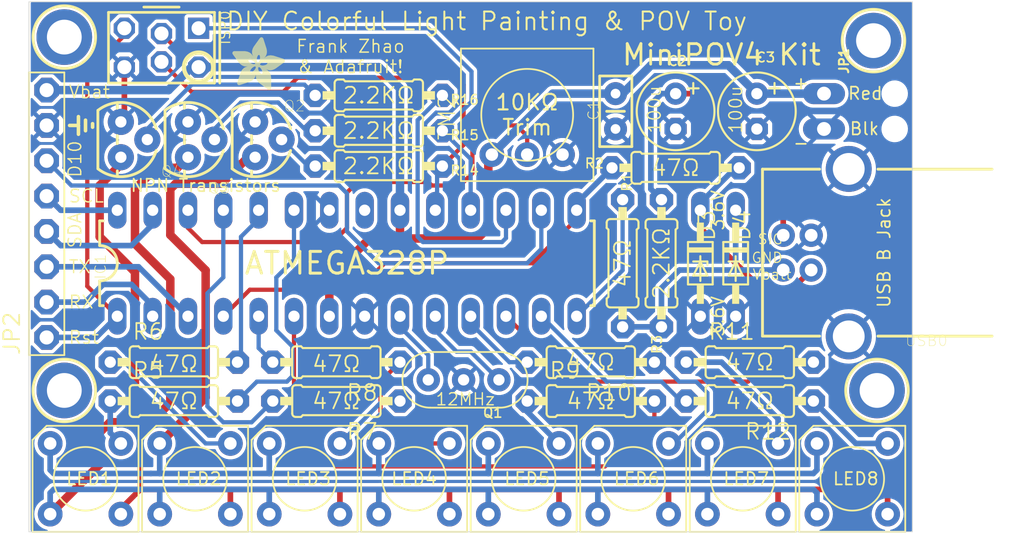
<source format=kicad_pcb>
(kicad_pcb (version 20221018) (generator pcbnew)
  (layers (0 "F.Cu" signal) (31 "B.Cu" signal) (34 "B.Paste" user) (35 "F.Paste" user) (36 "B.SilkS" user "B.Silkscreen") (37 "F.SilkS" user "F.Silkscreen") (38 "B.Mask" user) (39 "F.Mask" user) (44 "Edge.Cuts" user))
  (net 0 "")
  (net 1 "N$1")
  (net 2 "N$2")
  (net 3 "GND")
  (net 4 "5V")
  (net 5 "N$3")
  (net 6 "N$4")
  (net 7 "N$7")
  (net 8 "N$8")
  (net 9 "N$5")
  (net 10 "N$6")
  (net 11 "N$10")
  (net 12 "N$11")
  (net 13 "N$12")
  (net 14 "N$13")
  (net 15 "N$14")
  (net 16 "N$15")
  (net 17 "N$16")
  (net 18 "N$17")
  (net 19 "N$18")
  (net 20 "N$19")
  (net 21 "N$20")
  (net 22 "N$21")
  (net 23 "LED-C-RED")
  (net 24 "LED-C-BLUE")
  (net 25 "LED-C-GREEN")
  (net 26 "3.3V")
  (net 27 "LED-A-1")
  (net 28 "LED-A-2")
  (net 29 "LED-A-6")
  (net 30 "LED-A-5")
  (net 31 "LED-A-7")
  (net 32 "LED-A-4")
  (net 33 "LED-A-8")
  (net 34 "LED-A-3")
  (net 35 "RESET")
  (net 36 "SENSOR")
  (net 37 "RXD")
  (net 38 "TXD")
  (net 39 "TRIMPOT")
  (net 40 "SDA")
  (net 41 "SCL")
  (footprint "working:0207_9" (layer "F.Cu") (at 168.5671 111.8616)
    (fp_text reference "R11")
    (fp_text value "")
  )
  (footprint "working:PIRANHA5MM" (layer "F.Cu") (at 120.8151 120.2436)
    (fp_text reference "LED1" hide)
    (fp_text value "LED-RGB-CA-PIRANHA" hide)
  )
  (footprint "working:PIRANHA5MM" (layer "F.Cu") (at 136.5631 120.2436)
    (fp_text reference "LED3" hide)
    (fp_text value "LED-RGB-CA-PIRANHA" hide)
  )
  (footprint "working:1X02_OVAL" (layer "F.Cu") (at 173.9011 93.8276 -90)
    (fp_text reference "JP1")
    (fp_text value "")
  )
  (footprint "working:TO-92" (layer "F.Cu") (at 133.0071 95.8596 -90)
    (fp_text reference "Q2")
    (fp_text value "2n2222")
  )
  (footprint "working:MOUNTINGHOLE_2.5_PLATED_THICK" (layer "F.Cu") (at 119.2911 113.8936)
    (fp_text reference "U$2" hide)
    (fp_text value "MOUNTINGHOLE2.5_THICK" hide)
  )
  (footprint "working:MOUNTINGHOLE_2.5_PLATED_THICK" (layer "F.Cu") (at 177.4571 88.7476)
    (fp_text reference "U$5" hide)
    (fp_text value "MOUNTINGHOLE2.5_THICK" hide)
  )
  (footprint "" (layer "F.Cu") (at 178.9811 92.5576)
    (fp_text reference "@HOLE1" hide)
    (fp_text value "")
  )
  (footprint "working:0207_9" (layer "F.Cu") (at 163.2331 97.8916 180)
    (fp_text reference "R2")
    (fp_text value "47R" hide)
  )
  (footprint "working:0207_9" (layer "F.Cu") (at 157.1371 114.6556)
    (fp_text reference "R9")
    (fp_text value "")
  )
  (footprint "working:PIRANHA5MM" (layer "F.Cu") (at 144.4371 120.2436)
    (fp_text reference "LED4" hide)
    (fp_text value "LED-RGB-CA-PIRANHA" hide)
  )
  (footprint "working:TRIM-3386" (layer "F.Cu") (at 152.5651 94.0816)
    (fp_text reference "TM2")
    (fp_text value "10KΩ")
  )
  (footprint "working:TO-92" (layer "F.Cu") (at 128.1811 95.8596 -90)
    (fp_text reference "Q3")
    (fp_text value "2n2222")
  )
  (footprint "working:0207_9" (layer "F.Cu") (at 141.8971 95.2246)
    (fp_text reference "R15")
    (fp_text value "2.2K" hide)
  )
  (footprint "working:MOUNTINGHOLE_2.5_PLATED_THICK" (layer "F.Cu") (at 119.2911 88.4936)
    (fp_text reference "U$4" hide)
    (fp_text value "MOUNTINGHOLE2.5_THICK" hide)
  )
  (footprint "working:USB-B-PTH" (layer "F.Cu") (at 175.6791 103.9876 180)
    (fp_text reference "USB0")
    (fp_text value "USBPTH" hide)
  )
  (footprint "working:E2,5-6" (layer "F.Cu") (at 169.0751 93.8276 -90)
    (fp_text reference "C3")
    (fp_text value "100uF")
  )
  (footprint "" (layer "F.Cu") (at 178.9811 95.0976)
    (fp_text reference "@HOLE0" hide)
    (fp_text value "")
  )
  (footprint "working:0207_9" (layer "F.Cu") (at 141.8971 92.6846)
    (fp_text reference "R16")
    (fp_text value "2.2K" hide)
  )
  (footprint "working:0207_9" (layer "F.Cu") (at 127.1651 114.6556)
    (fp_text reference "R5")
    (fp_text value "")
  )
  (footprint "working:DIL28-3" (layer "F.Cu") (at 139.6111 104.7496)
    (fp_text reference "IC1")
    (fp_text value "ATmega8/88/168/168P/328P")
  )
  (footprint "working:0207_9" (layer "F.Cu") (at 141.8971 97.7646)
    (fp_text reference "R14")
    (fp_text value "2.2K" hide)
  )
  (footprint "working:PIRANHA5MM" (layer "F.Cu") (at 168.0591 120.2436)
    (fp_text reference "LED7" hide)
    (fp_text value "LED-RGB-CA-PIRANHA" hide)
  )
  (footprint "working:PIRANHA5MM" (layer "F.Cu") (at 160.1851 120.2436)
    (fp_text reference "LED6" hide)
    (fp_text value "LED-RGB-CA-PIRANHA" hide)
  )
  (footprint "working:1X08-BIG" (layer "F.Cu") (at 118.0211 101.1936 90)
    (fp_text reference "JP2")
    (fp_text value "Breakout")
  )
  (footprint "working:CERM_OSC" (layer "F.Cu") (at 147.9931 113.1316)
    (fp_text reference "Q1")
    (fp_text value "12MHz")
  )
  (footprint "working:PIRANHA5MM" (layer "F.Cu") (at 152.3111 120.2436)
    (fp_text reference "LED5" hide)
    (fp_text value "LED-RGB-CA-PIRANHA" hide)
  )
  (footprint "working:MOUNTINGHOLE_2.5_PLATED_THICK" (layer "F.Cu") (at 177.7111 113.8936)
    (fp_text reference "U$3" hide)
    (fp_text value "MOUNTINGHOLE2.5_THICK" hide)
  )
  (footprint "working:TO-92" (layer "F.Cu") (at 123.3551 95.8596 -90)
    (fp_text reference "Q4")
    (fp_text value "2n2222")
  )
  (footprint "working:0207_9" (layer "F.Cu") (at 127.1651 111.8616)
    (fp_text reference "R6")
    (fp_text value "")
  )
  (footprint "working:DO34Z7" (layer "F.Cu") (at 165.0111 104.7496 -90)
    (fp_text reference "D3")
    (fp_text value "")
  )
  (footprint "working:0207_9" (layer "F.Cu") (at 157.1371 111.8616 180)
    (fp_text reference "R10")
    (fp_text value "")
  )
  (footprint "working:0207_9" (layer "F.Cu") (at 159.4231 104.7496 90)
    (fp_text reference "R1")
    (fp_text value "47R" hide)
  )
  (footprint "working:ADAFRUIT_3.5MM" (layer "F.Cu") (at 131.3561 92.3036)
    (fp_text reference "U$6" hide)
    (fp_text value "" hide)
  )
  (footprint "working:0207_9" (layer "F.Cu") (at 162.2171 104.7496 -90)
    (fp_text reference "R3")
    (fp_text value "2K2" hide)
  )
  (footprint "working:AVR-ISP-6" (layer "F.Cu") (at 126.2761 89.2556 180)
    (fp_text reference "ISP0")
    (fp_text value "AVR-ISP-6" hide)
  )
  (footprint "working:E2,5-6" (layer "F.Cu") (at 163.2331 93.8276 -90)
    (fp_text reference "C2")
    (fp_text value "100uF")
  )
  (footprint "working:PIRANHA5MM" (layer "F.Cu") (at 175.9331 120.2436)
    (fp_text reference "LED8" hide)
    (fp_text value "LED-RGB-CA-PIRANHA" hide)
  )
  (footprint "working:PIRANHA5MM" (layer "F.Cu") (at 128.6891 120.2436)
    (fp_text reference "LED2" hide)
    (fp_text value "LED-RGB-CA-PIRANHA" hide)
  )
  (footprint "working:CAP-PTH-SMALL2" (layer "F.Cu") (at 158.9151 92.5576 -90)
    (fp_text reference "C1")
    (fp_text value "100n")
  )
  (footprint "working:0207_9" (layer "F.Cu") (at 138.8491 111.8616 180)
    (fp_text reference "R8")
    (fp_text value "")
  )
  (footprint "working:0207_9" (layer "F.Cu") (at 168.5671 114.6556 180)
    (fp_text reference "R12")
    (fp_text value "")
  )
  (footprint "working:DO34Z7" (layer "F.Cu") (at 167.5511 104.7496 -90)
    (fp_text reference "D4")
    (fp_text value "")
  )
  (footprint "working:0207_9" (layer "F.Cu") (at 138.8491 114.6556 180)
    (fp_text reference "R7")
    (fp_text value "")
  )
  (gr_line (start 120.3071 94.8436) (end 120.3071 95.4786) (stroke (width 0.254)) (layer "F.SilkS"))
  (gr_line (start 121.3231 94.7166) (end 121.3231 94.9706) (stroke (width 0.254)) (layer "F.SilkS"))
  (gr_line (start 119.6721 94.8436) (end 120.3071 94.8436) (stroke (width 0.254)) (layer "F.SilkS"))
  (gr_circle (center 128.9431 90.6526) (end 129.990368 90.6526) (stroke (width 0.3048)) (fill none) (layer "F.SilkS"))
  (gr_line (start 120.8151 95.2246) (end 120.8151 94.4626) (stroke (width 0.254)) (layer "F.SilkS"))
  (gr_line (start 120.3071 94.7166) (end 120.3071 94.2086) (stroke (width 0.254)) (layer "F.SilkS"))
  (gr_line (start 180.2511 124.0536) (end 180.2511 85.9536) (stroke (width 0.05)) (layer "Edge.Cuts"))
  (gr_line (start 116.7511 85.9536) (end 116.7511 124.0536) (stroke (width 0.05)) (layer "Edge.Cuts"))
  (gr_line (start 116.7511 124.0536) (end 180.2511 124.0536) (stroke (width 0.05)) (layer "Edge.Cuts"))
  (gr_line (start 180.2511 85.9536) (end 116.7511 85.9536) (stroke (width 0.05)) (layer "Edge.Cuts"))
  (gr_text "47Ω" (at 163.2331 97.8916) (layer "F.SilkS") (effects (font (size 1.143 1.143) (thickness 0.127))))
  (gr_text "100u" (at 167.5511 93.7006 90) (layer "F.SilkS") (effects (font (size 0.9144 0.9144) (thickness 0.1016))))
  (gr_text "3.6V" (at 166.2811 100.9396 90) (layer "F.SilkS") (effects (font (size 0.89408 0.89408) (thickness 0.12192))))
  (gr_text "LED4" (at 144.4371 120.2436) (layer "F.SilkS") (effects (font (size 0.89408 0.89408) (thickness 0.12192))))
  (gr_text "3.6V" (at 166.2811 108.5596 90) (layer "F.SilkS") (effects (font (size 0.89408 0.89408) (thickness 0.12192))))
  (gr_text "2.2KΩ" (at 141.8971 92.6846) (layer "F.SilkS") (effects (font (size 1.143 1.143) (thickness 0.127))))
  (gr_text "47Ω" (at 157.1371 111.8616) (layer "F.SilkS") (effects (font (size 1.143 1.143) (thickness 0.127))))
  (gr_text "MiniPOV4 Kit" (at 166.5351 89.7636) (layer "F.SilkS") (effects (font (size 1.475232 1.475232) (thickness 0.201168))))
  (gr_text "LED7" (at 168.3131 120.2436) (layer "F.SilkS") (effects (font (size 0.89408 0.89408) (thickness 0.12192))))
  (gr_text "2.2KΩ" (at 141.8971 97.7646) (layer "F.SilkS") (effects (font (size 1.143 1.143) (thickness 0.127))))
  (gr_text "SIG" (at 170.9801 102.5906) (layer "F.SilkS") (effects (font (size 0.73152 0.73152) (thickness 0.08128)) (justify right top)))
  (gr_text "NPN Transistors" (at 129.4511 99.1616) (layer "F.SilkS") (effects (font (size 0.89408 0.89408) (thickness 0.12192))))
  (gr_text "D10" (at 120.0531 98.6536 90) (layer "F.SilkS") (effects (font (size 0.9144 0.9144) (thickness 0.1016)) (justify left)))
  (gr_text "LED8" (at 176.1871 120.2436) (layer "F.SilkS") (effects (font (size 0.89408 0.89408) (thickness 0.12192))))
  (gr_text "47Ω" (at 138.8491 111.9886) (layer "F.SilkS") (effects (font (size 1.143 1.143) (thickness 0.127))))
  (gr_text "-" (at 171.6151 96.6216) (layer "F.SilkS") (effects (font (size 0.89408 0.89408) (thickness 0.12192)) (justify left bottom)))
  (gr_text "LED3" (at 136.8171 120.2436) (layer "F.SilkS") (effects (font (size 0.89408 0.89408) (thickness 0.12192))))
  (gr_text "100u" (at 161.7091 93.7006 90) (layer "F.SilkS") (effects (font (size 0.9144 0.9144) (thickness 0.1016))))
  (gr_text "Vbat" (at 119.5451 92.4306) (layer "F.SilkS") (effects (font (size 0.9144 0.9144) (thickness 0.1016)) (justify left)))
  (gr_text "RX" (at 119.5451 107.5436) (layer "F.SilkS") (effects (font (size 0.9144 0.9144) (thickness 0.1016)) (justify left)))
  (gr_text "LED6" (at 160.4391 120.2436) (layer "F.SilkS") (effects (font (size 0.89408 0.89408) (thickness 0.12192))))
  (gr_text "+" (at 171.6151 92.3036) (layer "F.SilkS") (effects (font (size 0.89408 0.89408) (thickness 0.12192)) (justify left bottom)))
  (gr_text "LED2" (at 128.9431 120.2436) (layer "F.SilkS") (effects (font (size 0.89408 0.89408) (thickness 0.12192))))
  (gr_text "USB B Jack" (at 178.2191 103.9876 90) (layer "F.SilkS") (effects (font (size 0.89408 0.89408) (thickness 0.12192))))
  (gr_text "12MHz" (at 148.1201 114.5286) (layer "F.SilkS") (effects (font (size 0.86868 0.86868) (thickness 0.09652))))
  (gr_text "2.2KΩ" (at 162.2171 104.7496 90) (layer "F.SilkS") (effects (font (size 1.143 1.143) (thickness 0.127))))
  (gr_text "47Ω" (at 159.4231 104.7496 90) (layer "F.SilkS") (effects (font (size 1.143 1.143) (thickness 0.127))))
  (gr_text "DIY Colorful Light Painting & POV Toy" (at 130.8481 87.3506) (layer "F.SilkS") (effects (font (size 1.28016 1.28016) (thickness 0.14224)) (justify left)))
  (gr_text "47Ω" (at 127.1651 114.6556) (layer "F.SilkS") (effects (font (size 1.143 1.143) (thickness 0.127))))
  (gr_text "ATMEGA328P" (at 139.6111 104.7496) (layer "F.SilkS") (effects (font (size 1.56464 1.56464) (thickness 0.21336))))
  (gr_text "TX" (at 119.5451 105.0036) (layer "F.SilkS") (effects (font (size 0.9144 0.9144) (thickness 0.1016)) (justify left)))
  (gr_text "LED1" (at 121.0691 120.2436) (layer "F.SilkS") (effects (font (size 0.89408 0.89408) (thickness 0.12192))))
  (gr_text "2.2KΩ" (at 141.8971 95.2246) (layer "F.SilkS") (effects (font (size 1.143 1.143) (thickness 0.127))))
  (gr_text "47Ω" (at 168.5671 114.6556) (layer "F.SilkS") (effects (font (size 1.143 1.143) (thickness 0.127))))
  (gr_text "GND" (at 170.9801 103.9241) (layer "F.SilkS") (effects (font (size 0.73152 0.73152) (thickness 0.08128)) (justify right top)))
  (gr_text "47Ω" (at 138.8491 114.6556) (layer "F.SilkS") (effects (font (size 1.143 1.143) (thickness 0.127))))
  (gr_text "10KΩ\nTrim" (at 152.5651 94.0816) (layer "F.SilkS") (effects (font (size 1.1176 1.1176) (thickness 0.1524))))
  (gr_text "47Ω" (at 127.1651 111.9886) (layer "F.SilkS") (effects (font (size 1.143 1.143) (thickness 0.127))))
  (gr_text "Blk" (at 175.6791 95.6056) (layer "F.SilkS") (effects (font (size 0.89408 0.89408) (thickness 0.12192)) (justify left bottom)))
  (gr_text "Frank Zhao\n& Adafruit!" (at 139.8651 89.8906) (layer "F.SilkS") (effects (font (size 0.9144 0.9144) (thickness 0.1016))))
  (gr_text "LED5" (at 152.5651 120.2436) (layer "F.SilkS") (effects (font (size 0.89408 0.89408) (thickness 0.12192))))
  (gr_text "SCL" (at 119.5451 99.9236) (layer "F.SilkS") (effects (font (size 0.9144 0.9144) (thickness 0.1016)) (justify left)))
  (gr_text "47Ω" (at 157.1371 114.6556) (layer "F.SilkS") (effects (font (size 1.143 1.143) (thickness 0.127))))
  (gr_text "Red" (at 175.5521 93.0656) (layer "F.SilkS") (effects (font (size 0.89408 0.89408) (thickness 0.12192)) (justify left bottom)))
  (gr_text "SDA" (at 120.0531 103.7336 90) (layer "F.SilkS") (effects (font (size 0.9144 0.9144) (thickness 0.1016)) (justify left)))
  (gr_text "Rst" (at 119.5451 110.0836) (layer "F.SilkS") (effects (font (size 0.9144 0.9144) (thickness 0.1016)) (justify left)))
  (gr_text "47Ω" (at 168.5671 111.8616) (layer "F.SilkS") (effects (font (size 1.143 1.143) (thickness 0.127))))
  (gr_text "Vbatt" (at 171.6151 105.1306) (layer "F.SilkS") (effects (font (size 0.73152 0.73152) (thickness 0.08128)) (justify right top)))
  (segment (start 145.4531 111.3536) (end 145.4531 113.1316) (width 0.3048) (layer "B.Cu") (net 1))
  (segment (start 143.4211 109.3216) (end 145.4531 111.3536) (width 0.3048) (layer "B.Cu") (net 1))
  (segment (start 143.4211 108.5596) (end 143.4211 109.3216) (width 0.3048) (layer "B.Cu") (net 1))
  (segment (start 148.5011 111.0996) (end 150.5331 113.1316) (width 0.3048) (layer "B.Cu") (net 2))
  (segment (start 145.9611 108.5596) (end 145.9611 109.5756) (width 0.3048) (layer "B.Cu") (net 2))
  (segment (start 145.9611 109.5756) (end 147.4851 111.0996) (width 0.3048) (layer "B.Cu") (net 2))
  (segment (start 147.4851 111.0996) (end 148.5011 111.0996) (width 0.3048) (layer "B.Cu") (net 2))
  (segment (start 123.6091 94.3356) (end 123.6091 90.6526) (width 0.4064) (layer "F.Cu") (net 3))
  (segment (start 123.3551 94.5896) (end 123.6091 94.3356) (width 0.4064) (layer "F.Cu") (net 3))
  (segment (start 164.6301 92.5576) (end 163.2331 92.5576) (width 0.4064) (layer "F.Cu") (net 4))
  (segment (start 170.9691 98.8966) (end 164.6301 92.5576) (width 0.4064) (layer "F.Cu") (net 4))
  (segment (start 170.9691 102.7376) (end 170.9691 98.8966) (width 0.4064) (layer "F.Cu") (net 4))
  (segment (start 161.4551 99.4156) (end 161.4551 93.3196) (width 0.4064) (layer "B.Cu") (net 4))
  (segment (start 161.4551 93.3196) (end 162.2171 92.5576) (width 0.4064) (layer "B.Cu") (net 4))
  (segment (start 162.2171 100.1776) (end 161.4551 99.4156) (width 0.4064) (layer "B.Cu") (net 4))
  (segment (start 162.2171 92.5576) (end 163.2331 92.5576) (width 0.4064) (layer "B.Cu") (net 4))
  (segment (start 162.2171 106.5276) (end 162.2171 109.3216) (width 0.4064) (layer "B.Cu") (net 5))
  (segment (start 167.5511 100.9396) (end 167.5511 105.2376) (width 0.4064) (layer "B.Cu") (net 5))
  (segment (start 167.5511 105.2376) (end 163.5071 105.2376) (width 0.4064) (layer "B.Cu") (net 5))
  (segment (start 162.2171 109.3216) (end 159.4231 109.3216) (width 0.4064) (layer "B.Cu") (net 5))
  (segment (start 170.9691 105.2376) (end 167.5511 105.2376) (width 0.4064) (layer "B.Cu") (net 5))
  (segment (start 163.5071 105.2376) (end 162.2171 106.5276) (width 0.4064) (layer "B.Cu") (net 5))
  (segment (start 169.5831 106.7816) (end 165.0111 102.2096) (width 0.4064) (layer "F.Cu") (net 6))
  (segment (start 172.9791 105.2376) (end 171.4351 106.7816) (width 0.4064) (layer "F.Cu") (net 6))
  (segment (start 165.0111 102.2096) (end 165.0111 100.9396) (width 0.4064) (layer "F.Cu") (net 6))
  (segment (start 171.4351 106.7816) (end 169.5831 106.7816) (width 0.4064) (layer "F.Cu") (net 6))
  (segment (start 165.0111 100.422057) (end 165.0111 100.9396) (width 0.4064) (layer "B.Cu") (net 6))
  (segment (start 167.541556 97.8916) (end 165.0111 100.422057) (width 0.4064) (layer "B.Cu") (net 6))
  (segment (start 167.8051 97.8916) (end 167.541556 97.8916) (width 0.4064) (layer "B.Cu") (net 6))
  (segment (start 156.1211 108.5596) (end 159.4231 105.2576) (width 0.3048) (layer "B.Cu") (net 7))
  (segment (start 159.4231 105.2576) (end 159.4231 100.1776) (width 0.3048) (layer "B.Cu") (net 7))
  (segment (start 138.870571 110.3376) (end 139.6111 109.597072) (width 0.3048) (layer "F.Cu") (net 8))
  (segment (start 132.6261 106.6546) (end 136.8171 106.6546) (width 0.3048) (layer "F.Cu") (net 8))
  (segment (start 137.0711 106.9086) (end 137.0711 109.7026) (width 0.3048) (layer "F.Cu") (net 8))
  (segment (start 152.942575 104.7496) (end 156.1211 101.571075) (width 0.3048) (layer "F.Cu") (net 8))
  (segment (start 136.8171 106.6546) (end 137.0711 106.9086) (width 0.3048) (layer "F.Cu") (net 8))
  (segment (start 137.7061 110.3376) (end 138.870571 110.3376) (width 0.3048) (layer "F.Cu") (net 8))
  (segment (start 156.1211 101.571075) (end 156.1211 100.9396) (width 0.3048) (layer "F.Cu") (net 8))
  (segment (start 137.0711 109.7026) (end 137.7061 110.3376) (width 0.3048) (layer "F.Cu") (net 8))
  (segment (start 139.6111 107.4527) (end 142.3142 104.7496) (width 0.3048) (layer "F.Cu") (net 8))
  (segment (start 130.7211 108.5596) (end 132.6261 106.6546) (width 0.3048) (layer "F.Cu") (net 8))
  (segment (start 139.6111 109.597072) (end 139.6111 107.4527) (width 0.3048) (layer "F.Cu") (net 8))
  (segment (start 142.3142 104.7496) (end 152.942575 104.7496) (width 0.3048) (layer "F.Cu") (net 8))
  (segment (start 158.6611 97.8916) (end 156.1211 100.4316) (width 0.4064) (layer "B.Cu") (net 8))
  (segment (start 156.1211 100.4316) (end 156.1211 100.9396) (width 0.4064) (layer "B.Cu") (net 8))
  (segment (start 131.2291 117.7036) (end 129.4511 117.7036) (width 0.3048) (layer "B.Cu") (net 9))
  (segment (start 123.6091 111.8616) (end 122.5931 111.8616) (width 0.3048) (layer "B.Cu") (net 9))
  (segment (start 129.4511 117.7036) (end 123.6091 111.8616) (width 0.3048) (layer "B.Cu") (net 9))
  (segment (start 122.5931 116.9416) (end 122.5931 114.6556) (width 0.4064) (layer "B.Cu") (net 10))
  (segment (start 123.3551 117.7036) (end 122.5931 116.9416) (width 0.4064) (layer "B.Cu") (net 10))
  (segment (start 173.1391 114.6556) (end 176.1871 117.7036) (width 0.4064) (layer "B.Cu") (net 11))
  (segment (start 176.1871 117.7036) (end 178.4731 117.7036) (width 0.4064) (layer "B.Cu") (net 11))
  (segment (start 166.5351 111.8616) (end 170.5991 115.9256) (width 0.4064) (layer "B.Cu") (net 12))
  (segment (start 170.5991 115.9256) (end 170.5991 117.7036) (width 0.4064) (layer "B.Cu") (net 12))
  (segment (start 163.9951 111.8616) (end 166.5351 111.8616) (width 0.4064) (layer "B.Cu") (net 12))
  (segment (start 161.7091 111.8616) (end 162.0901 111.8616) (width 0.3048) (layer "B.Cu") (net 13))
  (segment (start 163.4871 113.2586) (end 164.705906 113.2586) (width 0.3048) (layer "B.Cu") (net 13))
  (segment (start 165.5191 114.071794) (end 165.5191 115.307372) (width 0.3048) (layer "B.Cu") (net 13))
  (segment (start 165.5191 115.307372) (end 163.122871 117.7036) (width 0.3048) (layer "B.Cu") (net 13))
  (segment (start 164.705906 113.2586) (end 165.5191 114.071794) (width 0.3048) (layer "B.Cu") (net 13))
  (segment (start 163.122871 117.7036) (end 162.7251 117.7036) (width 0.3048) (layer "B.Cu") (net 13))
  (segment (start 162.0901 111.8616) (end 163.4871 113.2586) (width 0.3048) (layer "B.Cu") (net 13))
  (segment (start 152.5651 115.4176) (end 154.8511 117.7036) (width 0.4064) (layer "B.Cu") (net 14))
  (segment (start 152.5651 114.6556) (end 152.5651 115.4176) (width 0.4064) (layer "B.Cu") (net 14))
  (segment (start 144.3101 117.7036) (end 146.9771 117.7036) (width 0.3048) (layer "F.Cu") (net 15))
  (segment (start 142.0241 113.2586) (end 142.0241 115.4176) (width 0.3048) (layer "F.Cu") (net 15))
  (segment (start 142.0241 115.4176) (end 144.3101 117.7036) (width 0.3048) (layer "F.Cu") (net 15))
  (segment (start 143.4211 111.8616) (end 142.0241 113.2586) (width 0.3048) (layer "F.Cu") (net 15))
  (segment (start 142.1511 114.6556) (end 143.4211 114.6556) (width 0.3048) (layer "B.Cu") (net 16))
  (segment (start 139.1031 117.7036) (end 142.1511 114.6556) (width 0.3048) (layer "B.Cu") (net 16))
  (segment (start 118.2751 122.7836) (end 121.8311 119.2276) (width 0.6096) (layer "F.Cu") (net 17))
  (segment (start 121.8311 102.8446) (end 121.8311 99.1616) (width 0.6096) (layer "F.Cu") (net 17))
  (segment (start 121.8311 119.2276) (end 121.8311 116.920129) (width 0.6096) (layer "F.Cu") (net 17))
  (segment (start 122.571628 116.1796) (end 123.7361 116.1796) (width 0.6096) (layer "F.Cu") (net 17))
  (segment (start 121.8311 116.920129) (end 122.571628 116.1796) (width 0.6096) (layer "F.Cu") (net 17))
  (segment (start 123.3551 97.6376) (end 123.3551 97.1296) (width 0.6096) (layer "F.Cu") (net 17))
  (segment (start 123.7361 116.1796) (end 124.3711 115.5446) (width 0.6096) (layer "F.Cu") (net 17))
  (segment (start 121.8311 99.1616) (end 123.3551 97.6376) (width 0.6096) (layer "F.Cu") (net 17))
  (segment (start 124.3711 105.3846) (end 121.8311 102.8446) (width 0.6096) (layer "F.Cu") (net 17))
  (segment (start 124.3711 115.5446) (end 124.3711 105.3846) (width 0.6096) (layer "F.Cu") (net 17))
  (segment (start 126.1491 122.7836) (end 126.1491 121.0056) (width 0.4064) (layer "B.Cu") (net 17))
  (segment (start 126.1491 121.0056) (end 118.5291 121.0056) (width 0.4064) (layer "B.Cu") (net 17))
  (segment (start 134.0231 122.7836) (end 134.0231 121.0056) (width 0.4064) (layer "B.Cu") (net 17))
  (segment (start 173.3931 121.2596) (end 173.3931 122.7836) (width 0.4064) (layer "B.Cu") (net 17))
  (segment (start 141.8971 121.0056) (end 149.7711 121.0056) (width 0.4064) (layer "B.Cu") (net 17))
  (segment (start 134.2771 121.0056) (end 141.8971 121.0056) (width 0.4064) (layer "B.Cu") (net 17))
  (segment (start 157.6451 122.7836) (end 157.6451 121.0056) (width 0.4064) (layer "B.Cu") (net 17))
  (segment (start 157.6451 121.0056) (end 165.5191 121.0056) (width 0.4064) (layer "B.Cu") (net 17))
  (segment (start 149.7711 122.7836) (end 149.7711 121.0056) (width 0.4064) (layer "B.Cu") (net 17))
  (segment (start 165.5191 121.0056) (end 173.1391 121.0056) (width 0.4064) (layer "B.Cu") (net 17))
  (segment (start 173.1391 121.0056) (end 173.3931 121.2596) (width 0.4064) (layer "B.Cu") (net 17))
  (segment (start 118.2751 121.2596) (end 118.2751 122.7836) (width 0.4064) (layer "B.Cu") (net 17))
  (segment (start 118.5291 121.0056) (end 118.2751 121.2596) (width 0.4064) (layer "B.Cu") (net 17))
  (segment (start 149.7711 121.0056) (end 157.6451 121.0056) (width 0.4064) (layer "B.Cu") (net 17))
  (segment (start 165.5191 122.7836) (end 165.5191 121.0056) (width 0.4064) (layer "B.Cu") (net 17))
  (segment (start 126.1491 121.0056) (end 134.0231 121.0056) (width 0.4064) (layer "B.Cu") (net 17))
  (segment (start 134.0231 121.0056) (end 134.2771 121.0056) (width 0.4064) (layer "B.Cu") (net 17))
  (segment (start 141.8971 122.7836) (end 141.8971 121.0056) (width 0.4064) (layer "B.Cu") (net 17))
  (segment (start 178.189121 121.0056) (end 170.5991 121.0056) (width 0.4064) (layer "F.Cu") (net 18))
  (segment (start 125.8951 97.8916) (end 127.4191 97.8916) (width 0.6096) (layer "F.Cu") (net 18))
  (segment (start 154.8511 122.7836) (end 154.8511 121.0056) (width 0.4064) (layer "F.Cu") (net 18))
  (segment (start 127.4191 97.8916) (end 128.1811 97.1296) (width 0.6096) (layer "F.Cu") (net 18))
  (segment (start 146.9771 121.0056) (end 139.1031 121.0056) (width 0.4064) (layer "F.Cu") (net 18))
  (segment (start 170.5991 121.0056) (end 162.7251 121.0056) (width 0.4064) (layer "F.Cu") (net 18))
  (segment (start 139.1031 122.7836) (end 139.1031 121.0056) (width 0.4064) (layer "F.Cu") (net 18))
  (segment (start 178.4731 121.289579) (end 178.189121 121.0056) (width 0.4064) (layer "F.Cu") (net 18))
  (segment (start 146.9771 122.7836) (end 146.9771 121.0056) (width 0.4064) (layer "F.Cu") (net 18))
  (segment (start 170.5991 122.7836) (end 170.5991 121.0056) (width 0.4064) (layer "F.Cu") (net 18))
  (segment (start 154.8511 121.0056) (end 146.9771 121.0056) (width 0.4064) (layer "F.Cu") (net 18))
  (segment (start 124.7521 116.9416) (end 124.7521 121.0056) (width 0.4064) (layer "F.Cu") (net 18))
  (segment (start 124.7521 121.0056) (end 123.3551 122.4026) (width 0.4064) (layer "F.Cu") (net 18))
  (segment (start 126.9111 114.7826) (end 126.9111 105.8926) (width 0.6096) (layer "F.Cu") (net 18))
  (segment (start 126.9111 114.7826) (end 124.7521 116.9416) (width 0.6096) (layer "F.Cu") (net 18))
  (segment (start 123.3551 122.4026) (end 123.3551 122.7836) (width 0.4064) (layer "F.Cu") (net 18))
  (segment (start 126.9111 105.8926) (end 124.3711 103.3526) (width 0.6096) (layer "F.Cu") (net 18))
  (segment (start 162.7251 122.7836) (end 162.7251 121.0056) (width 0.4064) (layer "F.Cu") (net 18))
  (segment (start 131.2291 121.0056) (end 124.7521 121.0056) (width 0.4064) (layer "F.Cu") (net 18))
  (segment (start 124.3711 103.3526) (end 124.3711 99.4156) (width 0.6096) (layer "F.Cu") (net 18))
  (segment (start 124.3711 99.4156) (end 125.8951 97.8916) (width 0.6096) (layer "F.Cu") (net 18))
  (segment (start 139.1031 121.0056) (end 131.2291 121.0056) (width 0.4064) (layer "F.Cu") (net 18))
  (segment (start 162.7251 121.0056) (end 154.8511 121.0056) (width 0.4064) (layer "F.Cu") (net 18))
  (segment (start 131.2291 122.7836) (end 131.2291 121.0056) (width 0.4064) (layer "F.Cu") (net 18))
  (segment (start 178.4731 122.7836) (end 178.4731 121.289579) (width 0.4064) (layer "F.Cu") (net 18))
  (segment (start 129.4511 105.2576) (end 129.4511 114.4016) (width 0.6096) (layer "F.Cu") (net 19))
  (segment (start 129.4511 105.2576) (end 126.9111 102.7176) (width 0.6096) (layer "F.Cu") (net 19))
  (segment (start 130.5941 99.0346) (end 132.4991 97.1296) (width 0.6096) (layer "F.Cu") (net 19))
  (segment (start 126.9111 102.7176) (end 126.9111 99.4156) (width 0.6096) (layer "F.Cu") (net 19))
  (segment (start 129.4511 114.4016) (end 126.1491 117.7036) (width 0.6096) (layer "F.Cu") (net 19))
  (segment (start 126.9111 99.4156) (end 127.2921 99.0346) (width 0.6096) (layer "F.Cu") (net 19))
  (segment (start 132.4991 97.1296) (end 133.0071 97.1296) (width 0.6096) (layer "F.Cu") (net 19))
  (segment (start 127.2921 99.0346) (end 130.5941 99.0346) (width 0.6096) (layer "F.Cu") (net 19))
  (segment (start 173.3931 117.7036) (end 173.3931 119.6086) (width 0.4064) (layer "B.Cu") (net 19))
  (segment (start 173.3931 119.6086) (end 173.1391 119.8626) (width 0.4064) (layer "B.Cu") (net 19))
  (segment (start 118.2751 119.6086) (end 118.2751 117.7036) (width 0.4064) (layer "B.Cu") (net 19))
  (segment (start 134.0231 119.8626) (end 126.1491 119.8626) (width 0.4064) (layer "B.Cu") (net 19))
  (segment (start 125.5141 119.8626) (end 118.5291 119.8626) (width 0.4064) (layer "B.Cu") (net 19))
  (segment (start 149.7711 117.7036) (end 149.7711 119.8626) (width 0.4064) (layer "B.Cu") (net 19))
  (segment (start 126.1491 117.7036) (end 126.1491 119.8626) (width 0.4064) (layer "B.Cu") (net 19))
  (segment (start 173.1391 119.8626) (end 165.5191 119.8626) (width 0.4064) (layer "B.Cu") (net 19))
  (segment (start 134.0231 117.7036) (end 134.0231 119.8626) (width 0.4064) (layer "B.Cu") (net 19))
  (segment (start 165.5191 117.7036) (end 165.5191 119.8626) (width 0.4064) (layer "B.Cu") (net 19))
  (segment (start 165.5191 119.8626) (end 157.6451 119.8626) (width 0.4064) (layer "B.Cu") (net 19))
  (segment (start 157.6451 117.7036) (end 157.6451 119.8626) (width 0.4064) (layer "B.Cu") (net 19))
  (segment (start 157.6451 119.8626) (end 149.7711 119.8626) (width 0.4064) (layer "B.Cu") (net 19))
  (segment (start 126.1491 119.8626) (end 125.5141 119.8626) (width 0.4064) (layer "B.Cu") (net 19))
  (segment (start 141.8971 117.7036) (end 141.8971 119.8626) (width 0.4064) (layer "B.Cu") (net 19))
  (segment (start 141.8971 119.8626) (end 134.0231 119.8626) (width 0.4064) (layer "B.Cu") (net 19))
  (segment (start 149.7711 119.8626) (end 141.8971 119.8626) (width 0.4064) (layer "B.Cu") (net 19))
  (segment (start 118.5291 119.8626) (end 118.2751 119.6086) (width 0.4064) (layer "B.Cu") (net 19))
  (segment (start 136.8171 97.7646) (end 134.9121 95.8596) (width 0.3048) (layer "B.Cu") (net 20))
  (segment (start 137.3251 97.7646) (end 136.8171 97.7646) (width 0.3048) (layer "B.Cu") (net 20))
  (segment (start 136.6901 95.2246) (end 134.6581 93.1926) (width 0.3048) (layer "B.Cu") (net 21))
  (segment (start 130.0861 95.0976) (end 130.0861 95.8596) (width 0.3048) (layer "B.Cu") (net 21))
  (segment (start 137.3251 95.2246) (end 136.6901 95.2246) (width 0.3048) (layer "B.Cu") (net 21))
  (segment (start 131.9911 93.1926) (end 130.0861 95.0976) (width 0.3048) (layer "B.Cu") (net 21))
  (segment (start 134.6581 93.1926) (end 131.9911 93.1926) (width 0.3048) (layer "B.Cu") (net 21))
  (segment (start 125.2601 95.0976) (end 125.2601 95.8596) (width 0.3048) (layer "B.Cu") (net 22))
  (segment (start 136.549184 91.908685) (end 128.449015 91.908685) (width 0.3048) (layer "B.Cu") (net 22))
  (segment (start 137.3251 92.6846) (end 136.549184 91.908685) (width 0.3048) (layer "B.Cu") (net 22))
  (segment (start 128.449015 91.908685) (end 125.2601 95.0976) (width 0.3048) (layer "B.Cu") (net 22))
  (segment (start 147.9931 91.9226) (end 147.9931 96.2406) (width 0.3048) (layer "F.Cu") (net 23))
  (segment (start 127.2921 89.2556) (end 145.3261 89.2556) (width 0.3048) (layer "F.Cu") (net 23))
  (segment (start 145.3261 89.2556) (end 147.9931 91.9226) (width 0.3048) (layer "F.Cu") (net 23))
  (segment (start 147.9931 96.2406) (end 146.4691 97.7646) (width 0.3048) (layer "F.Cu") (net 23))
  (segment (start 126.2761 88.2396) (end 127.2921 89.2556) (width 0.3048) (layer "F.Cu") (net 23))
  (segment (start 146.4691 97.7646) (end 146.0881 98.1456) (width 0.3048) (layer "B.Cu") (net 23))
  (segment (start 146.0881 98.1456) (end 146.0881 100.9396) (width 0.3048) (layer "B.Cu") (net 23))
  (segment (start 146.0881 100.9396) (end 145.9611 100.9396) (width 0.3048) (layer "B.Cu") (net 23))
  (segment (start 148.562734 90.968235) (end 148.562734 93.130966) (width 0.3048) (layer "B.Cu") (net 24))
  (segment (start 145.4531 87.8586) (end 148.562734 90.968235) (width 0.3048) (layer "B.Cu") (net 24))
  (segment (start 148.562734 93.130966) (end 146.4691 95.2246) (width 0.3048) (layer "B.Cu") (net 24))
  (segment (start 146.4691 95.2246) (end 148.5011 97.2566) (width 0.3048) (layer "B.Cu") (net 24))
  (segment (start 128.9431 87.8586) (end 145.4531 87.8586) (width 0.3048) (layer "B.Cu") (net 24))
  (segment (start 148.5011 97.2566) (end 148.5011 100.9396) (width 0.3048) (layer "B.Cu") (net 24))
  (segment (start 126.2761 90.2716) (end 128.4351 92.4306) (width 0.3048) (layer "F.Cu") (net 25))
  (segment (start 143.8021 91.4146) (end 145.0721 92.6846) (width 0.3048) (layer "F.Cu") (net 25))
  (segment (start 145.0721 92.6846) (end 146.4691 92.6846) (width 0.3048) (layer "F.Cu") (net 25))
  (segment (start 128.4351 92.4306) (end 135.0391 92.4306) (width 0.3048) (layer "F.Cu") (net 25))
  (segment (start 136.0551 91.4146) (end 143.8021 91.4146) (width 0.3048) (layer "F.Cu") (net 25))
  (segment (start 135.0391 92.4306) (end 136.0551 91.4146) (width 0.3048) (layer "F.Cu") (net 25))
  (segment (start 145.0721 103.2256) (end 150.757121 103.2256) (width 0.3048) (layer "B.Cu") (net 25))
  (segment (start 144.6911 94.4626) (end 146.4691 92.6846) (width 0.3048) (layer "B.Cu") (net 25))
  (segment (start 144.6911 102.8446) (end 144.6911 94.4626) (width 0.3048) (layer "B.Cu") (net 25))
  (segment (start 150.757121 103.2256) (end 151.0411 102.941622) (width 0.3048) (layer "B.Cu") (net 25))
  (segment (start 151.0411 102.941622) (end 151.0411 100.9396) (width 0.3048) (layer "B.Cu") (net 25))
  (segment (start 145.0721 103.2256) (end 144.6911 102.8446) (width 0.3048) (layer "B.Cu") (net 25))
  (segment (start 143.4211 100.9396) (end 143.4211 102.9716) (width 0.6096) (layer "F.Cu") (net 26))
  (segment (start 143.4211 102.9716) (end 148.99859 102.9716) (width 0.6096) (layer "F.Cu") (net 26))
  (segment (start 149.7711 97.1931) (end 150.0251 96.9391) (width 0.6096) (layer "F.Cu") (net 26))
  (segment (start 138.3411 108.5596) (end 138.3411 105.867644) (width 0.6096) (layer "F.Cu") (net 26))
  (segment (start 138.3411 105.867644) (end 141.237143 102.9716) (width 0.6096) (layer "F.Cu") (net 26))
  (segment (start 148.99859 102.9716) (end 149.7711 102.199091) (width 0.6096) (layer "F.Cu") (net 26))
  (segment (start 149.7711 102.199091) (end 149.7711 97.1931) (width 0.6096) (layer "F.Cu") (net 26))
  (segment (start 141.237143 102.9716) (end 143.4211 102.9716) (width 0.6096) (layer "F.Cu") (net 26))
  (segment (start 143.4211 100.9396) (end 143.4211 92.1766) (width 0.6096) (layer "B.Cu") (net 26))
  (segment (start 126.7841 92.3036) (end 118.0211 92.3036) (width 0.6096) (layer "B.Cu") (net 26))
  (segment (start 173.9011 92.5576) (end 169.0751 92.5576) (width 0.6096) (layer "B.Cu") (net 26))
  (segment (start 169.0751 92.5576) (end 167.032978 90.515479) (width 0.6096) (layer "B.Cu") (net 26))
  (segment (start 128.4351 90.6526) (end 126.7841 92.3036) (width 0.6096) (layer "B.Cu") (net 26))
  (segment (start 167.032978 90.515479) (end 161.465221 90.515479) (width 0.6096) (layer "B.Cu") (net 26))
  (segment (start 154.4066 92.5576) (end 150.0251 96.9391) (width 0.6096) (layer "B.Cu") (net 26))
  (segment (start 159.4231 92.5576) (end 158.9151 92.5576) (width 0.6096) (layer "B.Cu") (net 26))
  (segment (start 143.4211 92.1766) (end 141.8971 90.6526) (width 0.6096) (layer "B.Cu") (net 26))
  (segment (start 161.465221 90.515479) (end 159.4231 92.5576) (width 0.6096) (layer "B.Cu") (net 26))
  (segment (start 158.9151 92.5576) (end 154.4066 92.5576) (width 0.6096) (layer "B.Cu") (net 26))
  (segment (start 128.9431 90.6526) (end 128.4351 90.6526) (width 0.6096) (layer "B.Cu") (net 26))
  (segment (start 141.8971 90.6526) (end 128.9431 90.6526) (width 0.6096) (layer "B.Cu") (net 26))
  (segment (start 133.1341 113.2586) (end 135.2931 113.2586) (width 0.3048) (layer "B.Cu") (net 27))
  (segment (start 131.7371 114.6556) (end 133.1341 113.2586) (width 0.3048) (layer "B.Cu") (net 27))
  (segment (start 135.8011 104.4956) (end 135.8011 100.9396) (width 0.3048) (layer "B.Cu") (net 27))
  (segment (start 134.5311 105.7656) (end 135.8011 104.4956) (width 0.3048) (layer "B.Cu") (net 27))
  (segment (start 135.6741 112.8776) (end 135.6741 110.7186) (width 0.3048) (layer "B.Cu") (net 27))
  (segment (start 134.5311 109.5756) (end 134.5311 105.7656) (width 0.3048) (layer "B.Cu") (net 27))
  (segment (start 135.6741 110.7186) (end 134.5311 109.5756) (width 0.3048) (layer "B.Cu") (net 27))
  (segment (start 135.2931 113.2586) (end 135.6741 112.8776) (width 0.3048) (layer "B.Cu") (net 27))
  (segment (start 131.9911 102.8446) (end 133.2611 101.5746) (width 0.3048) (layer "B.Cu") (net 28))
  (segment (start 131.9911 111.6076) (end 131.9911 102.8446) (width 0.3048) (layer "B.Cu") (net 28))
  (segment (start 133.2611 101.5746) (end 133.2611 100.9396) (width 0.3048) (layer "B.Cu") (net 28))
  (segment (start 131.7371 111.8616) (end 131.9911 111.6076) (width 0.3048) (layer "B.Cu") (net 28))
  (segment (start 148.5011 109.076275) (end 148.5011 108.5596) (width 0.3048) (layer "B.Cu") (net 29))
  (segment (start 152.5651 111.8616) (end 151.286425 111.8616) (width 0.3048) (layer "B.Cu") (net 29))
  (segment (start 151.286425 111.8616) (end 148.5011 109.076275) (width 0.3048) (layer "B.Cu") (net 29))
  (segment (start 158.1531 119.3546) (end 161.7091 115.7986) (width 0.3048) (layer "F.Cu") (net 30))
  (segment (start 135.8011 116.3066) (end 135.8011 108.5596) (width 0.3048) (layer "F.Cu") (net 30))
  (segment (start 138.8491 119.3546) (end 135.8011 116.3066) (width 0.3048) (layer "F.Cu") (net 30))
  (segment (start 138.8491 119.3546) (end 158.1531 119.3546) (width 0.3048) (layer "F.Cu") (net 30))
  (segment (start 161.7091 115.7986) (end 161.7091 114.6556) (width 0.3048) (layer "F.Cu") (net 30))
  (segment (start 152.9461 110.4646) (end 153.4541 110.4646) (width 0.3048) (layer "F.Cu") (net 31))
  (segment (start 169.8371 111.8616) (end 173.1391 111.8616) (width 0.3048) (layer "F.Cu") (net 31))
  (segment (start 151.0411 108.5596) (end 152.9461 110.4646) (width 0.3048) (layer "F.Cu") (net 31))
  (segment (start 156.2481 113.2586) (end 168.4401 113.2586) (width 0.3048) (layer "F.Cu") (net 31))
  (segment (start 153.4541 110.4646) (end 156.2481 113.2586) (width 0.3048) (layer "F.Cu") (net 31))
  (segment (start 168.4401 113.2586) (end 169.8371 111.8616) (width 0.3048) (layer "F.Cu") (net 31))
  (segment (start 133.2611 110.8456) (end 133.2611 108.5596) (width 0.3048) (layer "B.Cu") (net 32))
  (segment (start 134.2771 111.8616) (end 133.2611 110.8456) (width 0.3048) (layer "B.Cu") (net 32))
  (segment (start 158.2801 113.2586) (end 153.5811 108.5596) (width 0.3048) (layer "B.Cu") (net 33))
  (segment (start 158.2801 113.2586) (end 162.2171 113.2586) (width 0.3048) (layer "B.Cu") (net 33))
  (segment (start 163.6141 114.6556) (end 163.9951 114.6556) (width 0.3048) (layer "B.Cu") (net 33))
  (segment (start 162.2171 113.2586) (end 163.6141 114.6556) (width 0.3048) (layer "B.Cu") (net 33))
  (segment (start 130.7211 116.1796) (end 132.7531 116.1796) (width 0.3048) (layer "B.Cu") (net 34))
  (segment (start 129.5781 106.9086) (end 129.5781 115.0366) (width 0.3048) (layer "B.Cu") (net 34))
  (segment (start 129.5781 115.0366) (end 130.7211 116.1796) (width 0.3048) (layer "B.Cu") (net 34))
  (segment (start 130.7211 105.7656) (end 129.5781 106.9086) (width 0.3048) (layer "B.Cu") (net 34))
  (segment (start 130.7211 100.9396) (end 130.7211 105.7656) (width 0.3048) (layer "B.Cu") (net 34))
  (segment (start 132.7531 116.1796) (end 134.2771 114.6556) (width 0.3048) (layer "B.Cu") (net 34))
  (segment (start 120.9421 106.4006) (end 123.1011 108.5596) (width 0.3048) (layer "F.Cu") (net 35))
  (segment (start 123.6091 88.3666) (end 120.9421 91.0336) (width 0.3048) (layer "F.Cu") (net 35))
  (segment (start 120.9421 91.0336) (end 120.9421 106.4006) (width 0.3048) (layer "F.Cu") (net 35))
  (segment (start 123.6091 87.8586) (end 123.6091 88.3666) (width 0.3048) (layer "F.Cu") (net 35))
  (segment (start 121.5771 110.0836) (end 123.1011 108.5596) (width 0.4064) (layer "B.Cu") (net 35))
  (segment (start 118.0211 110.0836) (end 121.5771 110.0836) (width 0.4064) (layer "B.Cu") (net 35))
  (segment (start 139.04314 99.1616) (end 139.6111 99.72956) (width 0.3048) (layer "B.Cu") (net 36))
  (segment (start 118.0211 97.3836) (end 119.7991 99.1616) (width 0.3048) (layer "B.Cu") (net 36))
  (segment (start 141.8971 104.7496) (end 152.557193 104.7496) (width 0.3048) (layer "B.Cu") (net 36))
  (segment (start 139.6111 102.4636) (end 141.8971 104.7496) (width 0.3048) (layer "B.Cu") (net 36))
  (segment (start 139.6111 99.72956) (end 139.6111 102.4636) (width 0.3048) (layer "B.Cu") (net 36))
  (segment (start 152.557193 104.7496) (end 153.5811 103.725694) (width 0.3048) (layer "B.Cu") (net 36))
  (segment (start 153.5811 103.725694) (end 153.5811 100.9396) (width 0.3048) (layer "B.Cu") (net 36))
  (segment (start 119.7991 99.1616) (end 139.04314 99.1616) (width 0.3048) (layer "B.Cu") (net 36))
  (segment (start 124.1171 106.2736) (end 125.6411 107.7976) (width 0.4064) (layer "B.Cu") (net 37))
  (segment (start 122.0851 106.2736) (end 124.1171 106.2736) (width 0.4064) (layer "B.Cu") (net 37))
  (segment (start 125.6411 107.7976) (end 125.6411 108.5596) (width 0.4064) (layer "B.Cu") (net 37))
  (segment (start 118.0211 107.5436) (end 120.8151 107.5436) (width 0.4064) (layer "B.Cu") (net 37))
  (segment (start 120.8151 107.5436) (end 122.0851 106.2736) (width 0.4064) (layer "B.Cu") (net 37))
  (segment (start 124.6251 105.0036) (end 128.1811 108.5596) (width 0.4064) (layer "B.Cu") (net 38))
  (segment (start 118.0211 105.0036) (end 124.6251 105.0036) (width 0.4064) (layer "B.Cu") (net 38))
  (segment (start 147.7391 99.1616) (end 148.6281 98.2726) (width 0.3048) (layer "F.Cu") (net 39))
  (segment (start 145.4531 98.9076) (end 145.7071 99.1616) (width 0.3048) (layer "F.Cu") (net 39))
  (segment (start 148.6281 95.4786) (end 149.2631 94.8436) (width 0.3048) (layer "F.Cu") (net 39))
  (segment (start 140.3731 98.9076) (end 145.4531 98.9076) (width 0.3048) (layer "F.Cu") (net 39))
  (segment (start 151.8031 94.8436) (end 152.5651 95.6056) (width 0.3048) (layer "F.Cu") (net 39))
  (segment (start 149.2631 94.8436) (end 151.8031 94.8436) (width 0.3048) (layer "F.Cu") (net 39))
  (segment (start 139.6111 102.2096) (end 139.6111 99.6696) (width 0.3048) (layer "F.Cu") (net 39))
  (segment (start 138.5951 103.2256) (end 139.6111 102.2096) (width 0.3048) (layer "F.Cu") (net 39))
  (segment (start 139.6111 99.6696) (end 140.3731 98.9076) (width 0.3048) (layer "F.Cu") (net 39))
  (segment (start 129.1971 103.2256) (end 138.5951 103.2256) (width 0.3048) (layer "F.Cu") (net 39))
  (segment (start 145.7071 99.1616) (end 147.7391 99.1616) (width 0.3048) (layer "F.Cu") (net 39))
  (segment (start 152.5651 95.6056) (end 152.5651 96.9391) (width 0.3048) (layer "F.Cu") (net 39))
  (segment (start 128.1811 100.9396) (end 128.1811 102.2096) (width 0.3048) (layer "F.Cu") (net 39))
  (segment (start 148.6281 98.2726) (end 148.6281 95.4786) (width 0.3048) (layer "F.Cu") (net 39))
  (segment (start 128.1811 102.2096) (end 129.1971 103.2256) (width 0.3048) (layer "F.Cu") (net 39))
  (segment (start 119.0371 103.4796) (end 124.1171 103.4796) (width 0.4064) (layer "B.Cu") (net 40))
  (segment (start 118.0211 102.4636) (end 119.0371 103.4796) (width 0.4064) (layer "B.Cu") (net 40))
  (segment (start 125.6411 101.9556) (end 125.6411 100.9396) (width 0.4064) (layer "B.Cu") (net 40))
  (segment (start 124.1171 103.4796) (end 125.6411 101.9556) (width 0.4064) (layer "B.Cu") (net 40))
  (segment (start 119.0371 100.9396) (end 123.1011 100.9396) (width 0.4064) (layer "B.Cu") (net 41))
  (segment (start 118.0211 99.9236) (end 119.0371 100.9396) (width 0.4064) (layer "B.Cu") (net 41))
  (zone (net 3) (net_name "GND") (layer "B.Cu") (priority 6) (connect_pads (clearance 0.254)) (min_thickness 0.127) (fill yes (thermal_gap 0.304) (thermal_bridge_width 0.304))
    (polygon (pts (xy 180.3781 124.4346) (xy 116.8781 124.4346) (xy 116.8781 85.8266) (xy 180.3781 85.8266)))
  )
)
</source>
